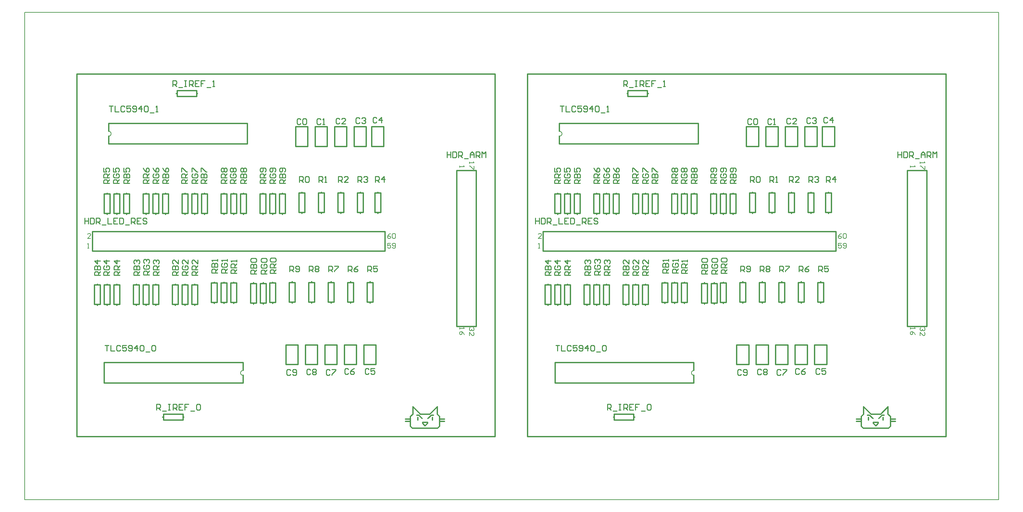
<source format=gto>
%FSTAX23Y23*%
%MOIN*%
%SFA1B1*%

%IPPOS*%
%ADD21C,0.007870*%
%ADD22C,0.012000*%
%ADD23C,0.010000*%
%ADD24C,0.008000*%
%ADD36C,0.005000*%
%LNtlc5940controlboard-1*%
%LPD*%
G54D21*
X02243Y01326D02*
D01*
X02241Y01325*
X0224*
X02238*
X02236*
X02235Y01324*
X02233Y01323*
X02231*
X0223Y01322*
X02228Y01321*
X02227Y0132*
X02226Y01318*
X02225Y01317*
X02223Y01316*
X02222Y01314*
X02221Y01313*
Y01311*
X0222Y0131*
X02219Y01308*
Y01307*
X02218Y01305*
Y01303*
Y01301*
Y013*
Y01298*
Y01296*
X02219Y01294*
Y01293*
X0222Y01291*
X02221Y0129*
Y01288*
X02222Y01287*
X02223Y01285*
X02225Y01284*
X02226Y01283*
X02227Y01281*
X02228Y0128*
X0223Y01279*
X02231Y01278*
X02233*
X02235Y01277*
X02236Y01276*
X02238*
X0224*
X02241*
X02243*
G54D36*
X0Y0D02*
X1D01*
Y05*
X0*
Y0*
G54D21*
X00863Y0373D02*
D01*
X00865*
X00866*
X00868*
X0087*
X00871Y03731*
X00873Y03732*
X00875*
X00876Y03733*
X00878Y03734*
X00879Y03735*
X0088Y03737*
X00881Y03738*
X00883Y03739*
X00884Y03741*
X00885Y03742*
Y03744*
X00886Y03745*
X00887Y03747*
Y03748*
X00888Y0375*
Y03752*
Y03754*
Y03755*
Y03757*
Y03759*
X00887Y03761*
Y03762*
X00886Y03764*
X00885Y03765*
Y03767*
X00884Y03768*
X00883Y0377*
X00881Y03771*
X0088Y03772*
X00879Y03774*
X00878Y03775*
X00876Y03776*
X00875Y03777*
X00873*
X00871Y03778*
X0087Y03779*
X00868*
X00866*
X00865*
X00863Y0378*
G54D22*
X04636Y01776D02*
Y03375D01*
X04436Y01776D02*
X04636D01*
X04436D02*
Y03375D01*
X04636*
X02243Y01326D02*
Y01405D01*
Y01196D02*
Y01276D01*
X00818Y01196D02*
Y01405D01*
X02243*
X00818Y01196D02*
X02243D01*
X03563Y03624D02*
Y03825D01*
X03688Y03624D02*
Y03825D01*
X03563D02*
X03688D01*
X03563Y03624D02*
X03688D01*
X03383D02*
Y03825D01*
X03508Y03624D02*
Y03825D01*
X03383D02*
X03508D01*
X03383Y03624D02*
X03508D01*
X03183D02*
Y03825D01*
X03308Y03624D02*
Y03825D01*
X03183D02*
X03308D01*
X03183Y03624D02*
X03308D01*
X02983D02*
Y03825D01*
X03108Y03624D02*
Y03825D01*
X02983D02*
X03108D01*
X02983Y03624D02*
X03108D01*
X02783D02*
Y03825D01*
X02908Y03624D02*
Y03825D01*
X02783D02*
X02908D01*
X02783Y03624D02*
X02908D01*
X03608Y01385D02*
Y01586D01*
X03483Y01385D02*
Y01586D01*
Y01385D02*
X03608D01*
X03483Y01586D02*
X03608D01*
X03408Y01385D02*
Y01586D01*
X03283Y01385D02*
Y01586D01*
Y01385D02*
X03408D01*
X03283Y01586D02*
X03408D01*
X02808Y01385D02*
Y01586D01*
X02683Y01385D02*
Y01586D01*
Y01385D02*
X02808D01*
X02683Y01586D02*
X02808D01*
X03008Y01385D02*
Y01586D01*
X02883Y01385D02*
Y01586D01*
Y01385D02*
X03008D01*
X02883Y01586D02*
X03008D01*
X03208Y01385D02*
Y01586D01*
X03083Y01385D02*
Y01586D01*
Y01385D02*
X03208D01*
X03083Y01586D02*
X03208D01*
X00536Y00646D02*
Y04365D01*
X04831*
Y00646D02*
Y04365D01*
X00536Y00646D02*
X04831D01*
X01246Y02926D02*
Y02935D01*
Y03135D02*
Y03144D01*
X01216Y02935D02*
X01246D01*
X01216D02*
Y03135D01*
X01276*
Y02935D02*
Y03135D01*
X01246Y02935D02*
X01276D01*
X01046Y02926D02*
Y02935D01*
Y03135D02*
Y03144D01*
X01016Y02935D02*
X01046D01*
X01016D02*
Y03135D01*
X01076*
Y02935D02*
Y03135D01*
X01046Y02935D02*
X01076D01*
X00946Y02926D02*
Y02935D01*
Y03135D02*
Y03144D01*
X00916Y02935D02*
X00946D01*
X00916D02*
Y03135D01*
X00976*
Y02935D02*
Y03135D01*
X00946Y02935D02*
X00976D01*
X00846Y02926D02*
Y02935D01*
Y03135D02*
Y03144D01*
X00816Y02935D02*
X00846D01*
X00816D02*
Y03135D01*
X00876*
Y02935D02*
Y03135D01*
X00846Y02935D02*
X00876D01*
X02746Y02226D02*
Y02235D01*
Y02017D02*
Y02026D01*
Y02226D02*
X02776D01*
Y02026D02*
Y02226D01*
X02716Y02026D02*
X02776D01*
X02716D02*
Y02226D01*
X02746*
X02946D02*
Y02235D01*
Y02017D02*
Y02026D01*
Y02226D02*
X02976D01*
Y02026D02*
Y02226D01*
X02916Y02026D02*
X02976D01*
X02916D02*
Y02226D01*
X02946*
X03146D02*
Y02235D01*
Y02017D02*
Y02026D01*
Y02226D02*
X03176D01*
Y02026D02*
Y02226D01*
X03116Y02026D02*
X03176D01*
X03116D02*
Y02226D01*
X03146*
X03346D02*
Y02235D01*
Y02017D02*
Y02026D01*
Y02226D02*
X03376D01*
Y02026D02*
Y02226D01*
X03316Y02026D02*
X03376D01*
X03316D02*
Y02226D01*
X03346*
X03546D02*
Y02235D01*
Y02017D02*
Y02026D01*
Y02226D02*
X03576D01*
Y02026D02*
Y02226D01*
X03516Y02026D02*
X03576D01*
X03516D02*
Y02226D01*
X03546*
X03626Y02936D02*
Y02945D01*
Y03145D02*
Y03154D01*
X03596Y02945D02*
X03626D01*
X03596D02*
Y03145D01*
X03656*
Y02945D02*
Y03145D01*
X03626Y02945D02*
X03656D01*
X03446Y02936D02*
Y02945D01*
Y03145D02*
Y03154D01*
X03416Y02945D02*
X03446D01*
X03416D02*
Y03145D01*
X03476*
Y02945D02*
Y03145D01*
X03446Y02945D02*
X03476D01*
X03246Y02936D02*
Y02945D01*
Y03145D02*
Y03154D01*
X03216Y02945D02*
X03246D01*
X03216D02*
Y03145D01*
X03276*
Y02945D02*
Y03145D01*
X03246Y02945D02*
X03276D01*
X01417Y00846D02*
X01426D01*
X01626D02*
X01635D01*
X01426D02*
Y00876D01*
X01626*
Y00816D02*
Y00876D01*
X01426Y00816D02*
X01626D01*
X01426D02*
Y00846D01*
X03046Y02936D02*
Y02945D01*
Y03145D02*
Y03154D01*
X03016Y02945D02*
X03046D01*
X03016D02*
Y03145D01*
X03076*
Y02945D02*
Y03145D01*
X03046Y02945D02*
X03076D01*
X02846Y02936D02*
Y02945D01*
Y03145D02*
Y03154D01*
X02816Y02945D02*
X02846D01*
X02816D02*
Y03145D01*
X02876*
Y02945D02*
Y03145D01*
X02846Y02945D02*
X02876D01*
X00696Y0255D02*
X03701D01*
X00696Y0275D02*
X03701D01*
X00696Y0255D02*
Y0275D01*
X03701Y0255D02*
Y0275D01*
X00863Y0365D02*
Y0373D01*
Y0378D02*
Y03859D01*
X02288Y0365D02*
Y03859D01*
X00863Y0365D02*
X02288D01*
X00863Y03859D02*
X02288D01*
X01766Y04165D02*
X01775D01*
X01557D02*
X01566D01*
X01766Y04135D02*
Y04165D01*
X01566Y04135D02*
X01766D01*
X01566D02*
Y04195D01*
X01766*
Y04165D02*
Y04195D01*
X00746Y02201D02*
Y0221D01*
Y01992D02*
Y02001D01*
Y02201D02*
X00776D01*
Y02001D02*
Y02201D01*
X00716Y02001D02*
X00776D01*
X00716D02*
Y02201D01*
X00746*
X00846D02*
Y0221D01*
Y01992D02*
Y02001D01*
Y02201D02*
X00876D01*
Y02001D02*
Y02201D01*
X00816Y02001D02*
X00876D01*
X00816D02*
Y02201D01*
X00846*
X00946D02*
Y0221D01*
Y01992D02*
Y02001D01*
Y02201D02*
X00976D01*
Y02001D02*
Y02201D01*
X00916Y02001D02*
X00976D01*
X00916D02*
Y02201D01*
X00946*
X01146D02*
Y0221D01*
Y01992D02*
Y02001D01*
Y02201D02*
X01176D01*
Y02001D02*
Y02201D01*
X01116Y02001D02*
X01176D01*
X01116D02*
Y02201D01*
X01146*
X01246D02*
Y0221D01*
Y01992D02*
Y02001D01*
Y02201D02*
X01276D01*
Y02001D02*
Y02201D01*
X01216Y02001D02*
X01276D01*
X01216D02*
Y02201D01*
X01246*
X01346D02*
Y0221D01*
Y01992D02*
Y02001D01*
Y02201D02*
X01376D01*
Y02001D02*
Y02201D01*
X01316Y02001D02*
X01376D01*
X01316D02*
Y02201D01*
X01346*
X01546D02*
Y0221D01*
Y01992D02*
Y02001D01*
Y02201D02*
X01576D01*
Y02001D02*
Y02201D01*
X01516Y02001D02*
X01576D01*
X01516D02*
Y02201D01*
X01546*
X01646D02*
Y0221D01*
Y01992D02*
Y02001D01*
Y02201D02*
X01676D01*
Y02001D02*
Y02201D01*
X01616Y02001D02*
X01676D01*
X01616D02*
Y02201D01*
X01646*
X01746D02*
Y0221D01*
Y01992D02*
Y02001D01*
Y02201D02*
X01776D01*
Y02001D02*
Y02201D01*
X01716Y02001D02*
X01776D01*
X01716D02*
Y02201D01*
X01746*
X01946Y02221D02*
Y0223D01*
Y02012D02*
Y02021D01*
Y02221D02*
X01976D01*
Y02021D02*
Y02221D01*
X01916Y02021D02*
X01976D01*
X01916D02*
Y02221D01*
X01946*
X02046D02*
Y0223D01*
Y02012D02*
Y02021D01*
Y02221D02*
X02076D01*
Y02021D02*
Y02221D01*
X02016Y02021D02*
X02076D01*
X02016D02*
Y02221D01*
X02046*
X02146D02*
Y0223D01*
Y02012D02*
Y02021D01*
Y02221D02*
X02176D01*
Y02021D02*
Y02221D01*
X02116Y02021D02*
X02176D01*
X02116D02*
Y02221D01*
X02146*
X02351Y02216D02*
Y02225D01*
Y02007D02*
Y02016D01*
Y02216D02*
X02381D01*
Y02016D02*
Y02216D01*
X02321Y02016D02*
X02381D01*
X02321D02*
Y02216D01*
X02351*
X02451D02*
Y02225D01*
Y02007D02*
Y02016D01*
Y02216D02*
X02481D01*
Y02016D02*
Y02216D01*
X02421Y02016D02*
X02481D01*
X02421D02*
Y02216D01*
X02451*
X02546Y02221D02*
Y0223D01*
Y02012D02*
Y02021D01*
Y02221D02*
X02576D01*
Y02021D02*
Y02221D01*
X02516Y02021D02*
X02576D01*
X02516D02*
Y02221D01*
X02546*
X02646Y02926D02*
Y02935D01*
Y03135D02*
Y03144D01*
X02616Y02935D02*
X02646D01*
X02616D02*
Y03135D01*
X02676*
Y02935D02*
Y03135D01*
X02646Y02935D02*
X02676D01*
X01346Y02926D02*
Y02935D01*
Y03135D02*
Y03144D01*
X01316Y02935D02*
X01346D01*
X01316D02*
Y03135D01*
X01376*
Y02935D02*
Y03135D01*
X01346Y02935D02*
X01376D01*
X01446Y02926D02*
Y02935D01*
Y03135D02*
Y03144D01*
X01416Y02935D02*
X01446D01*
X01416D02*
Y03135D01*
X01476*
Y02935D02*
Y03135D01*
X01446Y02935D02*
X01476D01*
X01646Y02926D02*
Y02935D01*
Y03135D02*
Y03144D01*
X01616Y02935D02*
X01646D01*
X01616D02*
Y03135D01*
X01676*
Y02935D02*
Y03135D01*
X01646Y02935D02*
X01676D01*
X01746Y02926D02*
Y02935D01*
Y03135D02*
Y03144D01*
X01716Y02935D02*
X01746D01*
X01716D02*
Y03135D01*
X01776*
Y02935D02*
Y03135D01*
X01746Y02935D02*
X01776D01*
X01846Y02926D02*
Y02935D01*
Y03135D02*
Y03144D01*
X01816Y02935D02*
X01846D01*
X01816D02*
Y03135D01*
X01876*
Y02935D02*
Y03135D01*
X01846Y02935D02*
X01876D01*
X02046Y02926D02*
Y02935D01*
Y03135D02*
Y03144D01*
X02016Y02935D02*
X02046D01*
X02016D02*
Y03135D01*
X02076*
Y02935D02*
Y03135D01*
X02046Y02935D02*
X02076D01*
X02146Y02926D02*
Y02935D01*
Y03135D02*
Y03144D01*
X02116Y02935D02*
X02146D01*
X02116D02*
Y03135D01*
X02176*
Y02935D02*
Y03135D01*
X02146Y02935D02*
X02176D01*
X02246Y02926D02*
Y02935D01*
Y03135D02*
Y03144D01*
X02216Y02935D02*
X02246D01*
X02216D02*
Y03135D01*
X02276*
Y02935D02*
Y03135D01*
X02246Y02935D02*
X02276D01*
X02446Y02926D02*
Y02935D01*
Y03135D02*
Y03144D01*
X02416Y02935D02*
X02446D01*
X02416D02*
Y03135D01*
X02476*
Y02935D02*
Y03135D01*
X02446Y02935D02*
X02476D01*
X02546Y02926D02*
Y02935D01*
Y03135D02*
Y03144D01*
X02516Y02935D02*
X02546D01*
X02516D02*
Y03135D01*
X02576*
Y02935D02*
Y03135D01*
X02546Y02935D02*
X02576D01*
X04056Y00881D02*
X04061Y00876D01*
X04161*
X04236Y00951*
Y00876D02*
Y00951D01*
Y00876D02*
X04261Y00851D01*
Y00751D02*
Y00851D01*
X04241Y00731D02*
X04261Y00751D01*
X04011Y00731D02*
X04241D01*
X03986D02*
X04011D01*
X03981D02*
X03986D01*
X03961Y00751D02*
X03981Y00731D01*
X03961Y00751D02*
Y00851D01*
X03986Y00876*
X04026Y00866D02*
X04046D01*
X04081Y00831*
X04086Y00791D02*
X04136D01*
Y00781D02*
Y00791D01*
X04111Y00756D02*
X04136Y00781D01*
X04086D02*
X04111Y00756D01*
X04086Y00781D02*
Y00791D01*
X04036Y00816D02*
Y00841D01*
X04186Y00816D02*
Y00841D01*
X04141Y00831D02*
X04176Y00866D01*
X04196*
X04261Y00826D02*
X04311D01*
X04261Y00801D02*
X04311D01*
X03911Y00826D02*
X03961D01*
X03911Y00801D02*
X03961D01*
X03986Y00951D02*
X04056Y00881D01*
X03986Y00876D02*
Y00951D01*
G54D23*
X04336Y03569D02*
Y0351D01*
Y03539*
X04375*
Y03569*
Y0351*
X04395Y03569D02*
Y0351D01*
X04425*
X04435Y0352*
Y03559*
X04425Y03569*
X04395*
X04455Y0351D02*
Y03569D01*
X04485*
X04495Y03559*
Y03539*
X04485Y03529*
X04455*
X04475D02*
X04495Y0351D01*
X04515Y035D02*
X04555D01*
X04575Y0351D02*
Y03549D01*
X04595Y03569*
X04615Y03549*
Y0351*
Y03539*
X04575*
X04635Y0351D02*
Y03569D01*
X04665*
X04675Y03559*
Y03539*
X04665Y03529*
X04635*
X04655D02*
X04675Y0351D01*
X04695D02*
Y03569D01*
X04715Y03549*
X04735Y03569*
Y0351*
X00824Y01584D02*
X00863D01*
X00843*
Y01525*
X00883Y01584D02*
Y01525D01*
X00923*
X00983Y01574D02*
X00973Y01584D01*
X00953*
X00943Y01574*
Y01535*
X00953Y01525*
X00973*
X00983Y01535*
X01043Y01584D02*
X01003D01*
Y01554*
X01023Y01564*
X01033*
X01043Y01554*
Y01535*
X01033Y01525*
X01013*
X01003Y01535*
X01063D02*
X01073Y01525D01*
X01093*
X01103Y01535*
Y01574*
X01093Y01584*
X01073*
X01063Y01574*
Y01564*
X01073Y01554*
X01103*
X01153Y01525D02*
Y01584D01*
X01123Y01554*
X01163*
X01183Y01574D02*
X01193Y01584D01*
X01213*
X01223Y01574*
Y01535*
X01213Y01525*
X01193*
X01183Y01535*
Y01574*
X01243Y01515D02*
X01283D01*
X01303Y01574D02*
X01313Y01584D01*
X01333*
X01343Y01574*
Y01535*
X01333Y01525*
X01313*
X01303Y01535*
Y01574*
X03322Y02338D02*
Y02397D01*
X03351*
X03361Y02387*
Y02367*
X03351Y02357*
X03322*
X03341D02*
X03361Y02338D01*
X03421Y02397D02*
X03401Y02387D01*
X03381Y02367*
Y02348*
X03391Y02338*
X03411*
X03421Y02348*
Y02357*
X03411Y02367*
X03381*
X02835Y03899D02*
X02825Y03909D01*
X02806*
X02796Y03899*
Y0386*
X02806Y0385*
X02825*
X02835Y0386*
X02855Y03899D02*
X02865Y03909D01*
X02885*
X02895Y03899*
Y0386*
X02885Y0385*
X02865*
X02855Y0386*
Y03899*
X0304D02*
X0303Y03909D01*
X03011*
X03001Y03899*
Y0386*
X03011Y0385*
X0303*
X0304Y0386*
X0306Y0385D02*
X0308D01*
X0307*
Y03909*
X0306Y03899*
X03235Y03904D02*
X03225Y03914D01*
X03206*
X03196Y03904*
Y03865*
X03206Y03855*
X03225*
X03235Y03865*
X03295Y03855D02*
X03255D01*
X03295Y03894*
Y03904*
X03285Y03914*
X03265*
X03255Y03904*
X0344Y03909D02*
X0343Y03919D01*
X03411*
X03401Y03909*
Y0387*
X03411Y0386*
X0343*
X0344Y0387*
X0346Y03909D02*
X0347Y03919D01*
X0349*
X035Y03909*
Y03899*
X0349Y03889*
X0348*
X0349*
X035Y03879*
Y0387*
X0349Y0386*
X0347*
X0346Y0387*
X03615Y03914D02*
X03605Y03924D01*
X03586*
X03576Y03914*
Y03875*
X03586Y03865*
X03605*
X03615Y03875*
X03665Y03865D02*
Y03924D01*
X03635Y03894*
X03675*
X03535Y01335D02*
X03525Y01345D01*
X03506*
X03496Y01335*
Y01296*
X03506Y01286*
X03525*
X03535Y01296*
X03595Y01345D02*
X03555D01*
Y01315*
X03575Y01325*
X03585*
X03595Y01315*
Y01296*
X03585Y01286*
X03565*
X03555Y01296*
X03325Y01335D02*
X03315Y01345D01*
X03296*
X03286Y01335*
Y01296*
X03296Y01286*
X03315*
X03325Y01296*
X03385Y01345D02*
X03365Y01335D01*
X03345Y01315*
Y01296*
X03355Y01286*
X03375*
X03385Y01296*
Y01305*
X03375Y01315*
X03345*
X03135Y01325D02*
X03125Y01335D01*
X03106*
X03096Y01325*
Y01286*
X03106Y01276*
X03125*
X03135Y01286*
X03155Y01335D02*
X03195D01*
Y01325*
X03155Y01286*
Y01276*
X02935Y0133D02*
X02925Y0134D01*
X02906*
X02896Y0133*
Y01291*
X02906Y01281*
X02925*
X02935Y01291*
X02955Y0133D02*
X02965Y0134D01*
X02985*
X02995Y0133*
Y0132*
X02985Y0131*
X02995Y013*
Y01291*
X02985Y01281*
X02965*
X02955Y01291*
Y013*
X02965Y0131*
X02955Y0132*
Y0133*
X02965Y0131D02*
X02985D01*
X0273Y01325D02*
X0272Y01335D01*
X02701*
X02691Y01325*
Y01286*
X02701Y01276*
X0272*
X0273Y01286*
X0275D02*
X0276Y01276D01*
X0278*
X0279Y01286*
Y01325*
X0278Y01335*
X0276*
X0275Y01325*
Y01315*
X0276Y01305*
X0279*
X00616Y02889D02*
Y0283D01*
Y02859*
X00655*
Y02889*
Y0283*
X00675Y02889D02*
Y0283D01*
X00705*
X00715Y0284*
Y02879*
X00705Y02889*
X00675*
X00735Y0283D02*
Y02889D01*
X00765*
X00775Y02879*
Y02859*
X00765Y02849*
X00735*
X00755D02*
X00775Y0283D01*
X00795Y0282D02*
X00835D01*
X00855Y02889D02*
Y0283D01*
X00895*
X00955Y02889D02*
X00915D01*
Y0283*
X00955*
X00915Y02859D02*
X00935D01*
X00975Y02889D02*
Y0283D01*
X01005*
X01015Y0284*
Y02879*
X01005Y02889*
X00975*
X01035Y0282D02*
X01075D01*
X01095Y0283D02*
Y02889D01*
X01125*
X01135Y02879*
Y02859*
X01125Y02849*
X01095*
X01115D02*
X01135Y0283D01*
X01195Y02889D02*
X01155D01*
Y0283*
X01195*
X01155Y02859D02*
X01175D01*
X01255Y02879D02*
X01245Y02889D01*
X01225*
X01215Y02879*
Y02869*
X01225Y02859*
X01245*
X01255Y02849*
Y0284*
X01245Y0283*
X01225*
X01215Y0284*
X02822Y03257D02*
Y03316D01*
X02851*
X02861Y03306*
Y03286*
X02851Y03276*
X02822*
X02841D02*
X02861Y03257D01*
X02881Y03306D02*
X02891Y03316D01*
X02911*
X02921Y03306*
Y03267*
X02911Y03257*
X02891*
X02881Y03267*
Y03306*
X03022Y03257D02*
Y03316D01*
X03051*
X03061Y03306*
Y03286*
X03051Y03276*
X03022*
X03041D02*
X03061Y03257D01*
X03081D02*
X03101D01*
X03091*
Y03316*
X03081Y03306*
X03222Y03257D02*
Y03316D01*
X03251*
X03261Y03306*
Y03286*
X03251Y03276*
X03222*
X03241D02*
X03261Y03257D01*
X03321D02*
X03281D01*
X03321Y03296*
Y03306*
X03311Y03316*
X03291*
X03281Y03306*
X03422Y03257D02*
Y03316D01*
X03451*
X03461Y03306*
Y03286*
X03451Y03276*
X03422*
X03441D02*
X03461Y03257D01*
X03481Y03306D02*
X03491Y03316D01*
X03511*
X03521Y03306*
Y03296*
X03511Y03286*
X03501*
X03511*
X03521Y03276*
Y03267*
X03511Y03257*
X03491*
X03481Y03267*
X03602Y03257D02*
Y03316D01*
X03631*
X03641Y03306*
Y03286*
X03631Y03276*
X03602*
X03621D02*
X03641Y03257D01*
X03691D02*
Y03316D01*
X03661Y03286*
X03701*
X03522Y02338D02*
Y02397D01*
X03551*
X03561Y02387*
Y02367*
X03551Y02357*
X03522*
X03541D02*
X03561Y02338D01*
X03621Y02397D02*
X03581D01*
Y02367*
X03601Y02377*
X03611*
X03621Y02367*
Y02348*
X03611Y02338*
X03591*
X03581Y02348*
X03122Y02338D02*
Y02397D01*
X03151*
X03161Y02387*
Y02367*
X03151Y02357*
X03122*
X03141D02*
X03161Y02338D01*
X03181Y02397D02*
X03221D01*
Y02387*
X03181Y02348*
Y02338*
X02922D02*
Y02397D01*
X02951*
X02961Y02387*
Y02367*
X02951Y02357*
X02922*
X02941D02*
X02961Y02338D01*
X02981Y02387D02*
X02991Y02397D01*
X03011*
X03021Y02387*
Y02377*
X03011Y02367*
X03021Y02357*
Y02348*
X03011Y02338*
X02991*
X02981Y02348*
Y02357*
X02991Y02367*
X02981Y02377*
Y02387*
X02991Y02367D02*
X03011D01*
X02722Y02338D02*
Y02397D01*
X02751*
X02761Y02387*
Y02367*
X02751Y02357*
X02722*
X02741D02*
X02761Y02338D01*
X02781Y02348D02*
X02791Y02338D01*
X02811*
X02821Y02348*
Y02387*
X02811Y02397*
X02791*
X02781Y02387*
Y02377*
X02791Y02367*
X02821*
X01354Y0092D02*
Y00979D01*
X01383*
X01393Y00969*
Y00949*
X01383Y00939*
X01354*
X01373D02*
X01393Y0092D01*
X01413Y0091D02*
X01453D01*
X01473Y00979D02*
X01493D01*
X01483*
Y0092*
X01473*
X01493*
X01523D02*
Y00979D01*
X01553*
X01563Y00969*
Y00949*
X01553Y00939*
X01523*
X01543D02*
X01563Y0092D01*
X01623Y00979D02*
X01583D01*
Y0092*
X01623*
X01583Y00949D02*
X01603D01*
X01683Y00979D02*
X01643D01*
Y00949*
X01663*
X01643*
Y0092*
X01703Y0091D02*
X01743D01*
X01763Y00969D02*
X01773Y00979D01*
X01793*
X01803Y00969*
Y0093*
X01793Y0092*
X01773*
X01763Y0093*
Y00969*
X01521Y0424D02*
Y04299D01*
X0155*
X0156Y04289*
Y04269*
X0155Y04259*
X01521*
X0154D02*
X0156Y0424D01*
X0158Y0423D02*
X0162D01*
X0164Y04299D02*
X0166D01*
X0165*
Y0424*
X0164*
X0166*
X0169D02*
Y04299D01*
X0172*
X0173Y04289*
Y04269*
X0172Y04259*
X0169*
X0171D02*
X0173Y0424D01*
X0179Y04299D02*
X0175D01*
Y0424*
X0179*
X0175Y04269D02*
X0177D01*
X0185Y04299D02*
X0181D01*
Y04269*
X0183*
X0181*
Y0424*
X0187Y0423D02*
X0191D01*
X0193Y0424D02*
X0195D01*
X0194*
Y04299*
X0193Y04289*
X02381Y02316D02*
X02321D01*
Y02345*
X02331Y02355*
X02351*
X02361Y02345*
Y02316*
Y02335D02*
X02381Y02355D01*
X02321Y02375D02*
X02381D01*
Y02405*
X02371Y02415*
X02361*
X02351Y02405*
Y02375*
Y02405*
X02341Y02415*
X02331*
X02321Y02405*
Y02375*
X02331Y02435D02*
X02321Y02445D01*
Y02465*
X02331Y02475*
X02371*
X02381Y02465*
Y02445*
X02371Y02435*
X02331*
X01981Y02326D02*
X01921D01*
Y02355*
X01931Y02365*
X01951*
X01961Y02355*
Y02326*
Y02345D02*
X01981Y02365D01*
X01921Y02385D02*
X01981D01*
Y02415*
X01971Y02425*
X01961*
X01951Y02415*
Y02385*
Y02415*
X01941Y02425*
X01931*
X01921Y02415*
Y02385*
X01981Y02445D02*
Y02465D01*
Y02455*
X01921*
X01931Y02445*
X01576Y02301D02*
X01516D01*
Y0233*
X01526Y0234*
X01546*
X01556Y0233*
Y02301*
Y0232D02*
X01576Y0234D01*
X01516Y0236D02*
X01576D01*
Y0239*
X01566Y024*
X01556*
X01546Y0239*
Y0236*
Y0239*
X01536Y024*
X01526*
X01516Y0239*
Y0236*
X01576Y0246D02*
Y0242D01*
X01536Y0246*
X01526*
X01516Y0245*
Y0243*
X01526Y0242*
X01181Y02301D02*
X01121D01*
Y0233*
X01131Y0234*
X01151*
X01161Y0233*
Y02301*
Y0232D02*
X01181Y0234D01*
X01121Y0236D02*
X01181D01*
Y0239*
X01171Y024*
X01161*
X01151Y0239*
Y0236*
Y0239*
X01141Y024*
X01131*
X01121Y0239*
Y0236*
X01131Y0242D02*
X01121Y0243D01*
Y0245*
X01131Y0246*
X01141*
X01151Y0245*
Y0244*
Y0245*
X01161Y0246*
X01171*
X01181Y0245*
Y0243*
X01171Y0242*
X00776Y02301D02*
X00716D01*
Y0233*
X00726Y0234*
X00746*
X00756Y0233*
Y02301*
Y0232D02*
X00776Y0234D01*
X00716Y0236D02*
X00776D01*
Y0239*
X00766Y024*
X00756*
X00746Y0239*
Y0236*
Y0239*
X00736Y024*
X00726*
X00716Y0239*
Y0236*
X00776Y0245D02*
X00716D01*
X00746Y0242*
Y0246*
X01076Y03245D02*
X01016D01*
Y03274*
X01026Y03284*
X01046*
X01056Y03274*
Y03245*
Y03264D02*
X01076Y03284D01*
X01016Y03304D02*
X01076D01*
Y03334*
X01066Y03344*
X01056*
X01046Y03334*
Y03304*
Y03334*
X01036Y03344*
X01026*
X01016Y03334*
Y03304*
Y03404D02*
Y03364D01*
X01046*
X01036Y03384*
Y03394*
X01046Y03404*
X01066*
X01076Y03394*
Y03374*
X01066Y03364*
X01476Y03245D02*
X01416D01*
Y03274*
X01426Y03284*
X01446*
X01456Y03274*
Y03245*
Y03264D02*
X01476Y03284D01*
X01416Y03304D02*
X01476D01*
Y03334*
X01466Y03344*
X01456*
X01446Y03334*
Y03304*
Y03334*
X01436Y03344*
X01426*
X01416Y03334*
Y03304*
Y03404D02*
X01426Y03384D01*
X01446Y03364*
X01466*
X01476Y03374*
Y03394*
X01466Y03404*
X01456*
X01446Y03394*
Y03364*
X01871Y03245D02*
X01811D01*
Y03274*
X01821Y03284*
X01841*
X01851Y03274*
Y03245*
Y03264D02*
X01871Y03284D01*
X01811Y03304D02*
X01871D01*
Y03334*
X01861Y03344*
X01851*
X01841Y03334*
Y03304*
Y03334*
X01831Y03344*
X01821*
X01811Y03334*
Y03304*
Y03364D02*
Y03404D01*
X01821*
X01861Y03364*
X01871*
X02276Y03245D02*
X02216D01*
Y03274*
X02226Y03284*
X02246*
X02256Y03274*
Y03245*
Y03264D02*
X02276Y03284D01*
X02216Y03304D02*
X02276D01*
Y03334*
X02266Y03344*
X02256*
X02246Y03334*
Y03304*
Y03334*
X02236Y03344*
X02226*
X02216Y03334*
Y03304*
X02226Y03364D02*
X02216Y03374D01*
Y03394*
X02226Y03404*
X02236*
X02246Y03394*
X02256Y03404*
X02266*
X02276Y03394*
Y03374*
X02266Y03364*
X02256*
X02246Y03374*
X02236Y03364*
X02226*
X02246Y03374D02*
Y03394D01*
X02676Y03245D02*
X02616D01*
Y03274*
X02626Y03284*
X02646*
X02656Y03274*
Y03245*
Y03264D02*
X02676Y03284D01*
X02616Y03304D02*
X02676D01*
Y03334*
X02666Y03344*
X02656*
X02646Y03334*
Y03304*
Y03334*
X02636Y03344*
X02626*
X02616Y03334*
Y03304*
X02666Y03364D02*
X02676Y03374D01*
Y03394*
X02666Y03404*
X02626*
X02616Y03394*
Y03374*
X02626Y03364*
X02636*
X02646Y03374*
Y03404*
X02486Y02316D02*
X02426D01*
Y02345*
X02436Y02355*
X02456*
X02466Y02345*
Y02316*
Y02335D02*
X02486Y02355D01*
X02436Y02415D02*
X02426Y02405D01*
Y02385*
X02436Y02375*
X02476*
X02486Y02385*
Y02405*
X02476Y02415*
X02456*
Y02395*
X02436Y02435D02*
X02426Y02445D01*
Y02465*
X02436Y02475*
X02476*
X02486Y02465*
Y02445*
X02476Y02435*
X02436*
X02081Y02326D02*
X02021D01*
Y02355*
X02031Y02365*
X02051*
X02061Y02355*
Y02326*
Y02345D02*
X02081Y02365D01*
X02031Y02425D02*
X02021Y02415D01*
Y02395*
X02031Y02385*
X02071*
X02081Y02395*
Y02415*
X02071Y02425*
X02051*
Y02405*
X02081Y02445D02*
Y02465D01*
Y02455*
X02021*
X02031Y02445*
X01676Y02301D02*
X01616D01*
Y0233*
X01626Y0234*
X01646*
X01656Y0233*
Y02301*
Y0232D02*
X01676Y0234D01*
X01626Y024D02*
X01616Y0239D01*
Y0237*
X01626Y0236*
X01666*
X01676Y0237*
Y0239*
X01666Y024*
X01646*
Y0238*
X01676Y0246D02*
Y0242D01*
X01636Y0246*
X01626*
X01616Y0245*
Y0243*
X01626Y0242*
X01281Y02306D02*
X01221D01*
Y02335*
X01231Y02345*
X01251*
X01261Y02335*
Y02306*
Y02325D02*
X01281Y02345D01*
X01231Y02405D02*
X01221Y02395D01*
Y02375*
X01231Y02365*
X01271*
X01281Y02375*
Y02395*
X01271Y02405*
X01251*
Y02385*
X01231Y02425D02*
X01221Y02435D01*
Y02455*
X01231Y02465*
X01241*
X01251Y02455*
Y02445*
Y02455*
X01261Y02465*
X01271*
X01281Y02455*
Y02435*
X01271Y02425*
X00871Y02301D02*
X00811D01*
Y0233*
X00821Y0234*
X00841*
X00851Y0233*
Y02301*
Y0232D02*
X00871Y0234D01*
X00821Y024D02*
X00811Y0239D01*
Y0237*
X00821Y0236*
X00861*
X00871Y0237*
Y0239*
X00861Y024*
X00841*
Y0238*
X00871Y0245D02*
X00811D01*
X00841Y0242*
Y0246*
X00971Y03245D02*
X00911D01*
Y03274*
X00921Y03284*
X00941*
X00951Y03274*
Y03245*
Y03264D02*
X00971Y03284D01*
X00921Y03344D02*
X00911Y03334D01*
Y03314*
X00921Y03304*
X00961*
X00971Y03314*
Y03334*
X00961Y03344*
X00941*
Y03324*
X00911Y03404D02*
Y03364D01*
X00941*
X00931Y03384*
Y03394*
X00941Y03404*
X00961*
X00971Y03394*
Y03374*
X00961Y03364*
X01376Y03245D02*
X01316D01*
Y03274*
X01326Y03284*
X01346*
X01356Y03274*
Y03245*
Y03264D02*
X01376Y03284D01*
X01326Y03344D02*
X01316Y03334D01*
Y03314*
X01326Y03304*
X01366*
X01376Y03314*
Y03334*
X01366Y03344*
X01346*
Y03324*
X01316Y03404D02*
X01326Y03384D01*
X01346Y03364*
X01366*
X01376Y03374*
Y03394*
X01366Y03404*
X01356*
X01346Y03394*
Y03364*
X01776Y03245D02*
X01716D01*
Y03274*
X01726Y03284*
X01746*
X01756Y03274*
Y03245*
Y03264D02*
X01776Y03284D01*
X01726Y03344D02*
X01716Y03334D01*
Y03314*
X01726Y03304*
X01766*
X01776Y03314*
Y03334*
X01766Y03344*
X01746*
Y03324*
X01716Y03364D02*
Y03404D01*
X01726*
X01766Y03364*
X01776*
X02171Y03245D02*
X02111D01*
Y03274*
X02121Y03284*
X02141*
X02151Y03274*
Y03245*
Y03264D02*
X02171Y03284D01*
X02121Y03344D02*
X02111Y03334D01*
Y03314*
X02121Y03304*
X02161*
X02171Y03314*
Y03334*
X02161Y03344*
X02141*
Y03324*
X02121Y03364D02*
X02111Y03374D01*
Y03394*
X02121Y03404*
X02131*
X02141Y03394*
X02151Y03404*
X02161*
X02171Y03394*
Y03374*
X02161Y03364*
X02151*
X02141Y03374*
X02131Y03364*
X02121*
X02141Y03374D02*
Y03394D01*
X02576Y03245D02*
X02516D01*
Y03274*
X02526Y03284*
X02546*
X02556Y03274*
Y03245*
Y03264D02*
X02576Y03284D01*
X02526Y03344D02*
X02516Y03334D01*
Y03314*
X02526Y03304*
X02566*
X02576Y03314*
Y03334*
X02566Y03344*
X02546*
Y03324*
X02566Y03364D02*
X02576Y03374D01*
Y03394*
X02566Y03404*
X02526*
X02516Y03394*
Y03374*
X02526Y03364*
X02536*
X02546Y03374*
Y03404*
X02581Y02321D02*
X02521D01*
Y0235*
X02531Y0236*
X02551*
X02561Y0235*
Y02321*
Y0234D02*
X02581Y0236D01*
Y0238D02*
X02521D01*
Y0241*
X02531Y0242*
X02551*
X02561Y0241*
Y0238*
Y024D02*
X02581Y0242D01*
X02531Y0244D02*
X02521Y0245D01*
Y0247*
X02531Y0248*
X02571*
X02581Y0247*
Y0245*
X02571Y0244*
X02531*
X02176Y02321D02*
X02116D01*
Y0235*
X02126Y0236*
X02146*
X02156Y0235*
Y02321*
Y0234D02*
X02176Y0236D01*
Y0238D02*
X02116D01*
Y0241*
X02126Y0242*
X02146*
X02156Y0241*
Y0238*
Y024D02*
X02176Y0242D01*
Y0244D02*
Y0246D01*
Y0245*
X02116*
X02126Y0244*
X01776Y02301D02*
X01716D01*
Y0233*
X01726Y0234*
X01746*
X01756Y0233*
Y02301*
Y0232D02*
X01776Y0234D01*
Y0236D02*
X01716D01*
Y0239*
X01726Y024*
X01746*
X01756Y0239*
Y0236*
Y0238D02*
X01776Y024D01*
Y0246D02*
Y0242D01*
X01736Y0246*
X01726*
X01716Y0245*
Y0243*
X01726Y0242*
X01381Y02301D02*
X01321D01*
Y0233*
X01331Y0234*
X01351*
X01361Y0233*
Y02301*
Y0232D02*
X01381Y0234D01*
Y0236D02*
X01321D01*
Y0239*
X01331Y024*
X01351*
X01361Y0239*
Y0236*
Y0238D02*
X01381Y024D01*
X01331Y0242D02*
X01321Y0243D01*
Y0245*
X01331Y0246*
X01341*
X01351Y0245*
Y0244*
Y0245*
X01361Y0246*
X01371*
X01381Y0245*
Y0243*
X01371Y0242*
X00976Y02301D02*
X00916D01*
Y0233*
X00926Y0234*
X00946*
X00956Y0233*
Y02301*
Y0232D02*
X00976Y0234D01*
Y0236D02*
X00916D01*
Y0239*
X00926Y024*
X00946*
X00956Y0239*
Y0236*
Y0238D02*
X00976Y024D01*
Y0245D02*
X00916D01*
X00946Y0242*
Y0246*
X00871Y03245D02*
X00811D01*
Y03274*
X00821Y03284*
X00841*
X00851Y03274*
Y03245*
Y03264D02*
X00871Y03284D01*
Y03304D02*
X00811D01*
Y03334*
X00821Y03344*
X00841*
X00851Y03334*
Y03304*
Y03324D02*
X00871Y03344D01*
X00811Y03404D02*
Y03364D01*
X00841*
X00831Y03384*
Y03394*
X00841Y03404*
X00861*
X00871Y03394*
Y03374*
X00861Y03364*
X01276Y03245D02*
X01216D01*
Y03274*
X01226Y03284*
X01246*
X01256Y03274*
Y03245*
Y03264D02*
X01276Y03284D01*
Y03304D02*
X01216D01*
Y03334*
X01226Y03344*
X01246*
X01256Y03334*
Y03304*
Y03324D02*
X01276Y03344D01*
X01216Y03404D02*
X01226Y03384D01*
X01246Y03364*
X01266*
X01276Y03374*
Y03394*
X01266Y03404*
X01256*
X01246Y03394*
Y03364*
X01671Y03245D02*
X01611D01*
Y03274*
X01621Y03284*
X01641*
X01651Y03274*
Y03245*
Y03264D02*
X01671Y03284D01*
Y03304D02*
X01611D01*
Y03334*
X01621Y03344*
X01641*
X01651Y03334*
Y03304*
Y03324D02*
X01671Y03344D01*
X01611Y03364D02*
Y03404D01*
X01621*
X01661Y03364*
X01671*
X02076Y03245D02*
X02016D01*
Y03274*
X02026Y03284*
X02046*
X02056Y03274*
Y03245*
Y03264D02*
X02076Y03284D01*
Y03304D02*
X02016D01*
Y03334*
X02026Y03344*
X02046*
X02056Y03334*
Y03304*
Y03324D02*
X02076Y03344D01*
X02026Y03364D02*
X02016Y03374D01*
Y03394*
X02026Y03404*
X02036*
X02046Y03394*
X02056Y03404*
X02066*
X02076Y03394*
Y03374*
X02066Y03364*
X02056*
X02046Y03374*
X02036Y03364*
X02026*
X02046Y03374D02*
Y03394D01*
X02476Y03245D02*
X02416D01*
Y03274*
X02426Y03284*
X02446*
X02456Y03274*
Y03245*
Y03264D02*
X02476Y03284D01*
Y03304D02*
X02416D01*
Y03334*
X02426Y03344*
X02446*
X02456Y03334*
Y03304*
Y03324D02*
X02476Y03344D01*
X02466Y03364D02*
X02476Y03374D01*
Y03394*
X02466Y03404*
X02426*
X02416Y03394*
Y03374*
X02426Y03364*
X02436*
X02446Y03374*
Y03404*
X00869Y04038D02*
X00908D01*
X00888*
Y03979*
X00928Y04038D02*
Y03979D01*
X00968*
X01028Y04028D02*
X01018Y04038D01*
X00998*
X00988Y04028*
Y03989*
X00998Y03979*
X01018*
X01028Y03989*
X01088Y04038D02*
X01048D01*
Y04008*
X01068Y04018*
X01078*
X01088Y04008*
Y03989*
X01078Y03979*
X01058*
X01048Y03989*
X01108D02*
X01118Y03979D01*
X01138*
X01148Y03989*
Y04028*
X01138Y04038*
X01118*
X01108Y04028*
Y04018*
X01118Y04008*
X01148*
X01198Y03979D02*
Y04038D01*
X01168Y04008*
X01208*
X01228Y04028D02*
X01238Y04038D01*
X01258*
X01268Y04028*
Y03989*
X01258Y03979*
X01238*
X01228Y03989*
Y04028*
X01288Y03969D02*
X01328D01*
X01348Y03979D02*
X01368D01*
X01358*
Y04038*
X01348Y04028*
G54D24*
X04566Y03465D02*
Y03448D01*
Y03456*
X04615*
X04607Y03465*
X04615Y03423D02*
Y0339D01*
X04607*
X04574Y03423*
X04566*
X04466Y03425D02*
Y03408D01*
Y03416*
X04515*
X04507Y03425*
X04466Y01766D02*
Y01749D01*
Y01757*
X04515*
X04507Y01766*
X04515Y01691D02*
X04507Y01707D01*
X0449Y01724*
X04474*
X04466Y01716*
Y01699*
X04474Y01691*
X04482*
X0449Y01699*
Y01724*
X04607Y01766D02*
X04615Y01757D01*
Y01741*
X04607Y01732*
X04599*
X0459Y01741*
Y01749*
Y01741*
X04582Y01732*
X04574*
X04566Y01741*
Y01757*
X04574Y01766*
X04566Y01682D02*
Y01716D01*
X04599Y01682*
X04607*
X04615Y01691*
Y01707*
X04607Y01716*
X03759Y02729D02*
X03742Y02721D01*
X03726Y02704*
Y02688*
X03734Y0268*
X0375*
X03759Y02688*
Y02696*
X0375Y02704*
X03726*
X03775Y02721D02*
X03784Y02729D01*
X038*
X03809Y02721*
Y02688*
X038Y0268*
X03784*
X03775Y02688*
Y02721*
X03759Y02629D02*
X03726D01*
Y02604*
X03742Y02613*
X0375*
X03759Y02604*
Y02588*
X0375Y0258*
X03734*
X03726Y02588*
X03775D02*
X03784Y0258D01*
X038*
X03809Y02588*
Y02621*
X038Y02629*
X03784*
X03775Y02621*
Y02613*
X03784Y02604*
X03809*
X00646Y0258D02*
X00662D01*
X00654*
Y02629*
X00646Y02621*
X00679Y0268D02*
X00646D01*
X00679Y02713*
Y02721*
X0067Y02729*
X00654*
X00646Y02721*
G54D21*
X06872Y01326D02*
D01*
X0687Y01325*
X06869*
X06867*
X06865*
X06864Y01324*
X06862Y01323*
X0686*
X06859Y01322*
X06857Y01321*
X06856Y0132*
X06855Y01318*
X06854Y01317*
X06852Y01316*
X06851Y01314*
X0685Y01313*
Y01311*
X06849Y0131*
X06848Y01308*
Y01307*
X06847Y01305*
Y01303*
Y01301*
Y013*
Y01298*
Y01296*
X06848Y01294*
Y01293*
X06849Y01291*
X0685Y0129*
Y01288*
X06851Y01287*
X06852Y01285*
X06854Y01284*
X06855Y01283*
X06856Y01281*
X06857Y0128*
X06859Y01279*
X0686Y01278*
X06862*
X06864Y01277*
X06865Y01276*
X06867*
X06869*
X0687*
X06872*
X05492Y0373D02*
D01*
X05494*
X05495*
X05497*
X05499*
X055Y03731*
X05502Y03732*
X05504*
X05505Y03733*
X05507Y03734*
X05508Y03735*
X05509Y03737*
X0551Y03738*
X05512Y03739*
X05513Y03741*
X05514Y03742*
Y03744*
X05515Y03745*
X05516Y03747*
Y03748*
X05517Y0375*
Y03752*
Y03754*
Y03755*
Y03757*
Y03759*
X05516Y03761*
Y03762*
X05515Y03764*
X05514Y03765*
Y03767*
X05513Y03768*
X05512Y0377*
X0551Y03771*
X05509Y03772*
X05508Y03774*
X05507Y03775*
X05505Y03776*
X05504Y03777*
X05502*
X055Y03778*
X05499Y03779*
X05497*
X05495*
X05494*
X05492Y0378*
G54D22*
X09265Y01776D02*
Y03375D01*
X09065Y01776D02*
X09265D01*
X09065D02*
Y03375D01*
X09265*
X06872Y01326D02*
Y01405D01*
Y01196D02*
Y01276D01*
X05447Y01196D02*
Y01405D01*
X06872*
X05447Y01196D02*
X06872D01*
X08192Y03624D02*
Y03825D01*
X08317Y03624D02*
Y03825D01*
X08192D02*
X08317D01*
X08192Y03624D02*
X08317D01*
X08012D02*
Y03825D01*
X08137Y03624D02*
Y03825D01*
X08012D02*
X08137D01*
X08012Y03624D02*
X08137D01*
X07812D02*
Y03825D01*
X07937Y03624D02*
Y03825D01*
X07812D02*
X07937D01*
X07812Y03624D02*
X07937D01*
X07612D02*
Y03825D01*
X07737Y03624D02*
Y03825D01*
X07612D02*
X07737D01*
X07612Y03624D02*
X07737D01*
X07412D02*
Y03825D01*
X07537Y03624D02*
Y03825D01*
X07412D02*
X07537D01*
X07412Y03624D02*
X07537D01*
X08237Y01385D02*
Y01586D01*
X08112Y01385D02*
Y01586D01*
Y01385D02*
X08237D01*
X08112Y01586D02*
X08237D01*
X08037Y01385D02*
Y01586D01*
X07912Y01385D02*
Y01586D01*
Y01385D02*
X08037D01*
X07912Y01586D02*
X08037D01*
X07437Y01385D02*
Y01586D01*
X07312Y01385D02*
Y01586D01*
Y01385D02*
X07437D01*
X07312Y01586D02*
X07437D01*
X07637Y01385D02*
Y01586D01*
X07512Y01385D02*
Y01586D01*
Y01385D02*
X07637D01*
X07512Y01586D02*
X07637D01*
X07837Y01385D02*
Y01586D01*
X07712Y01385D02*
Y01586D01*
Y01385D02*
X07837D01*
X07712Y01586D02*
X07837D01*
X05165Y00646D02*
Y04365D01*
X0946*
Y00646D02*
Y04365D01*
X05165Y00646D02*
X0946D01*
X05875Y02926D02*
Y02935D01*
Y03135D02*
Y03144D01*
X05845Y02935D02*
X05875D01*
X05845D02*
Y03135D01*
X05905*
Y02935D02*
Y03135D01*
X05875Y02935D02*
X05905D01*
X05675Y02926D02*
Y02935D01*
Y03135D02*
Y03144D01*
X05645Y02935D02*
X05675D01*
X05645D02*
Y03135D01*
X05705*
Y02935D02*
Y03135D01*
X05675Y02935D02*
X05705D01*
X05575Y02926D02*
Y02935D01*
Y03135D02*
Y03144D01*
X05545Y02935D02*
X05575D01*
X05545D02*
Y03135D01*
X05605*
Y02935D02*
Y03135D01*
X05575Y02935D02*
X05605D01*
X05475Y02926D02*
Y02935D01*
Y03135D02*
Y03144D01*
X05445Y02935D02*
X05475D01*
X05445D02*
Y03135D01*
X05505*
Y02935D02*
Y03135D01*
X05475Y02935D02*
X05505D01*
X07375Y02226D02*
Y02235D01*
Y02017D02*
Y02026D01*
Y02226D02*
X07405D01*
Y02026D02*
Y02226D01*
X07345Y02026D02*
X07405D01*
X07345D02*
Y02226D01*
X07375*
X07575D02*
Y02235D01*
Y02017D02*
Y02026D01*
Y02226D02*
X07605D01*
Y02026D02*
Y02226D01*
X07545Y02026D02*
X07605D01*
X07545D02*
Y02226D01*
X07575*
X07775D02*
Y02235D01*
Y02017D02*
Y02026D01*
Y02226D02*
X07805D01*
Y02026D02*
Y02226D01*
X07745Y02026D02*
X07805D01*
X07745D02*
Y02226D01*
X07775*
X07975D02*
Y02235D01*
Y02017D02*
Y02026D01*
Y02226D02*
X08005D01*
Y02026D02*
Y02226D01*
X07945Y02026D02*
X08005D01*
X07945D02*
Y02226D01*
X07975*
X08175D02*
Y02235D01*
Y02017D02*
Y02026D01*
Y02226D02*
X08205D01*
Y02026D02*
Y02226D01*
X08145Y02026D02*
X08205D01*
X08145D02*
Y02226D01*
X08175*
X08255Y02936D02*
Y02945D01*
Y03145D02*
Y03154D01*
X08225Y02945D02*
X08255D01*
X08225D02*
Y03145D01*
X08285*
Y02945D02*
Y03145D01*
X08255Y02945D02*
X08285D01*
X08075Y02936D02*
Y02945D01*
Y03145D02*
Y03154D01*
X08045Y02945D02*
X08075D01*
X08045D02*
Y03145D01*
X08105*
Y02945D02*
Y03145D01*
X08075Y02945D02*
X08105D01*
X07875Y02936D02*
Y02945D01*
Y03145D02*
Y03154D01*
X07845Y02945D02*
X07875D01*
X07845D02*
Y03145D01*
X07905*
Y02945D02*
Y03145D01*
X07875Y02945D02*
X07905D01*
X06046Y00846D02*
X06055D01*
X06255D02*
X06264D01*
X06055D02*
Y00876D01*
X06255*
Y00816D02*
Y00876D01*
X06055Y00816D02*
X06255D01*
X06055D02*
Y00846D01*
X07675Y02936D02*
Y02945D01*
Y03145D02*
Y03154D01*
X07645Y02945D02*
X07675D01*
X07645D02*
Y03145D01*
X07705*
Y02945D02*
Y03145D01*
X07675Y02945D02*
X07705D01*
X07475Y02936D02*
Y02945D01*
Y03145D02*
Y03154D01*
X07445Y02945D02*
X07475D01*
X07445D02*
Y03145D01*
X07505*
Y02945D02*
Y03145D01*
X07475Y02945D02*
X07505D01*
X05325Y0255D02*
X0833D01*
X05325Y0275D02*
X0833D01*
X05325Y0255D02*
Y0275D01*
X0833Y0255D02*
Y0275D01*
X05492Y0365D02*
Y0373D01*
Y0378D02*
Y03859D01*
X06917Y0365D02*
Y03859D01*
X05492Y0365D02*
X06917D01*
X05492Y03859D02*
X06917D01*
X06395Y04165D02*
X06404D01*
X06186D02*
X06195D01*
X06395Y04135D02*
Y04165D01*
X06195Y04135D02*
X06395D01*
X06195D02*
Y04195D01*
X06395*
Y04165D02*
Y04195D01*
X05375Y02201D02*
Y0221D01*
Y01992D02*
Y02001D01*
Y02201D02*
X05405D01*
Y02001D02*
Y02201D01*
X05345Y02001D02*
X05405D01*
X05345D02*
Y02201D01*
X05375*
X05475D02*
Y0221D01*
Y01992D02*
Y02001D01*
Y02201D02*
X05505D01*
Y02001D02*
Y02201D01*
X05445Y02001D02*
X05505D01*
X05445D02*
Y02201D01*
X05475*
X05575D02*
Y0221D01*
Y01992D02*
Y02001D01*
Y02201D02*
X05605D01*
Y02001D02*
Y02201D01*
X05545Y02001D02*
X05605D01*
X05545D02*
Y02201D01*
X05575*
X05775D02*
Y0221D01*
Y01992D02*
Y02001D01*
Y02201D02*
X05805D01*
Y02001D02*
Y02201D01*
X05745Y02001D02*
X05805D01*
X05745D02*
Y02201D01*
X05775*
X05875D02*
Y0221D01*
Y01992D02*
Y02001D01*
Y02201D02*
X05905D01*
Y02001D02*
Y02201D01*
X05845Y02001D02*
X05905D01*
X05845D02*
Y02201D01*
X05875*
X05975D02*
Y0221D01*
Y01992D02*
Y02001D01*
Y02201D02*
X06005D01*
Y02001D02*
Y02201D01*
X05945Y02001D02*
X06005D01*
X05945D02*
Y02201D01*
X05975*
X06175D02*
Y0221D01*
Y01992D02*
Y02001D01*
Y02201D02*
X06205D01*
Y02001D02*
Y02201D01*
X06145Y02001D02*
X06205D01*
X06145D02*
Y02201D01*
X06175*
X06275D02*
Y0221D01*
Y01992D02*
Y02001D01*
Y02201D02*
X06305D01*
Y02001D02*
Y02201D01*
X06245Y02001D02*
X06305D01*
X06245D02*
Y02201D01*
X06275*
X06375D02*
Y0221D01*
Y01992D02*
Y02001D01*
Y02201D02*
X06405D01*
Y02001D02*
Y02201D01*
X06345Y02001D02*
X06405D01*
X06345D02*
Y02201D01*
X06375*
X06575Y02221D02*
Y0223D01*
Y02012D02*
Y02021D01*
Y02221D02*
X06605D01*
Y02021D02*
Y02221D01*
X06545Y02021D02*
X06605D01*
X06545D02*
Y02221D01*
X06575*
X06675D02*
Y0223D01*
Y02012D02*
Y02021D01*
Y02221D02*
X06705D01*
Y02021D02*
Y02221D01*
X06645Y02021D02*
X06705D01*
X06645D02*
Y02221D01*
X06675*
X06775D02*
Y0223D01*
Y02012D02*
Y02021D01*
Y02221D02*
X06805D01*
Y02021D02*
Y02221D01*
X06745Y02021D02*
X06805D01*
X06745D02*
Y02221D01*
X06775*
X0698Y02216D02*
Y02225D01*
Y02007D02*
Y02016D01*
Y02216D02*
X0701D01*
Y02016D02*
Y02216D01*
X0695Y02016D02*
X0701D01*
X0695D02*
Y02216D01*
X0698*
X0708D02*
Y02225D01*
Y02007D02*
Y02016D01*
Y02216D02*
X0711D01*
Y02016D02*
Y02216D01*
X0705Y02016D02*
X0711D01*
X0705D02*
Y02216D01*
X0708*
X07175Y02221D02*
Y0223D01*
Y02012D02*
Y02021D01*
Y02221D02*
X07205D01*
Y02021D02*
Y02221D01*
X07145Y02021D02*
X07205D01*
X07145D02*
Y02221D01*
X07175*
X07275Y02926D02*
Y02935D01*
Y03135D02*
Y03144D01*
X07245Y02935D02*
X07275D01*
X07245D02*
Y03135D01*
X07305*
Y02935D02*
Y03135D01*
X07275Y02935D02*
X07305D01*
X05975Y02926D02*
Y02935D01*
Y03135D02*
Y03144D01*
X05945Y02935D02*
X05975D01*
X05945D02*
Y03135D01*
X06005*
Y02935D02*
Y03135D01*
X05975Y02935D02*
X06005D01*
X06075Y02926D02*
Y02935D01*
Y03135D02*
Y03144D01*
X06045Y02935D02*
X06075D01*
X06045D02*
Y03135D01*
X06105*
Y02935D02*
Y03135D01*
X06075Y02935D02*
X06105D01*
X06275Y02926D02*
Y02935D01*
Y03135D02*
Y03144D01*
X06245Y02935D02*
X06275D01*
X06245D02*
Y03135D01*
X06305*
Y02935D02*
Y03135D01*
X06275Y02935D02*
X06305D01*
X06375Y02926D02*
Y02935D01*
Y03135D02*
Y03144D01*
X06345Y02935D02*
X06375D01*
X06345D02*
Y03135D01*
X06405*
Y02935D02*
Y03135D01*
X06375Y02935D02*
X06405D01*
X06475Y02926D02*
Y02935D01*
Y03135D02*
Y03144D01*
X06445Y02935D02*
X06475D01*
X06445D02*
Y03135D01*
X06505*
Y02935D02*
Y03135D01*
X06475Y02935D02*
X06505D01*
X06675Y02926D02*
Y02935D01*
Y03135D02*
Y03144D01*
X06645Y02935D02*
X06675D01*
X06645D02*
Y03135D01*
X06705*
Y02935D02*
Y03135D01*
X06675Y02935D02*
X06705D01*
X06775Y02926D02*
Y02935D01*
Y03135D02*
Y03144D01*
X06745Y02935D02*
X06775D01*
X06745D02*
Y03135D01*
X06805*
Y02935D02*
Y03135D01*
X06775Y02935D02*
X06805D01*
X06875Y02926D02*
Y02935D01*
Y03135D02*
Y03144D01*
X06845Y02935D02*
X06875D01*
X06845D02*
Y03135D01*
X06905*
Y02935D02*
Y03135D01*
X06875Y02935D02*
X06905D01*
X07075Y02926D02*
Y02935D01*
Y03135D02*
Y03144D01*
X07045Y02935D02*
X07075D01*
X07045D02*
Y03135D01*
X07105*
Y02935D02*
Y03135D01*
X07075Y02935D02*
X07105D01*
X07175Y02926D02*
Y02935D01*
Y03135D02*
Y03144D01*
X07145Y02935D02*
X07175D01*
X07145D02*
Y03135D01*
X07205*
Y02935D02*
Y03135D01*
X07175Y02935D02*
X07205D01*
X08685Y00881D02*
X0869Y00876D01*
X0879*
X08865Y00951*
Y00876D02*
Y00951D01*
Y00876D02*
X0889Y00851D01*
Y00751D02*
Y00851D01*
X0887Y00731D02*
X0889Y00751D01*
X0864Y00731D02*
X0887D01*
X08615D02*
X0864D01*
X0861D02*
X08615D01*
X0859Y00751D02*
X0861Y00731D01*
X0859Y00751D02*
Y00851D01*
X08615Y00876*
X08655Y00866D02*
X08675D01*
X0871Y00831*
X08715Y00791D02*
X08765D01*
Y00781D02*
Y00791D01*
X0874Y00756D02*
X08765Y00781D01*
X08715D02*
X0874Y00756D01*
X08715Y00781D02*
Y00791D01*
X08665Y00816D02*
Y00841D01*
X08815Y00816D02*
Y00841D01*
X0877Y00831D02*
X08805Y00866D01*
X08825*
X0889Y00826D02*
X0894D01*
X0889Y00801D02*
X0894D01*
X0854Y00826D02*
X0859D01*
X0854Y00801D02*
X0859D01*
X08615Y00951D02*
X08685Y00881D01*
X08615Y00876D02*
Y00951D01*
G54D23*
X08965Y03569D02*
Y0351D01*
Y03539*
X09004*
Y03569*
Y0351*
X09024Y03569D02*
Y0351D01*
X09054*
X09064Y0352*
Y03559*
X09054Y03569*
X09024*
X09084Y0351D02*
Y03569D01*
X09114*
X09124Y03559*
Y03539*
X09114Y03529*
X09084*
X09104D02*
X09124Y0351D01*
X09144Y035D02*
X09184D01*
X09204Y0351D02*
Y03549D01*
X09224Y03569*
X09244Y03549*
Y0351*
Y03539*
X09204*
X09264Y0351D02*
Y03569D01*
X09294*
X09304Y03559*
Y03539*
X09294Y03529*
X09264*
X09284D02*
X09304Y0351D01*
X09324D02*
Y03569D01*
X09344Y03549*
X09364Y03569*
Y0351*
X05453Y01584D02*
X05492D01*
X05472*
Y01525*
X05512Y01584D02*
Y01525D01*
X05552*
X05612Y01574D02*
X05602Y01584D01*
X05582*
X05572Y01574*
Y01535*
X05582Y01525*
X05602*
X05612Y01535*
X05672Y01584D02*
X05632D01*
Y01554*
X05652Y01564*
X05662*
X05672Y01554*
Y01535*
X05662Y01525*
X05642*
X05632Y01535*
X05692D02*
X05702Y01525D01*
X05722*
X05732Y01535*
Y01574*
X05722Y01584*
X05702*
X05692Y01574*
Y01564*
X05702Y01554*
X05732*
X05782Y01525D02*
Y01584D01*
X05752Y01554*
X05792*
X05812Y01574D02*
X05822Y01584D01*
X05842*
X05852Y01574*
Y01535*
X05842Y01525*
X05822*
X05812Y01535*
Y01574*
X05872Y01515D02*
X05912D01*
X05932Y01574D02*
X05942Y01584D01*
X05962*
X05972Y01574*
Y01535*
X05962Y01525*
X05942*
X05932Y01535*
Y01574*
X07951Y02338D02*
Y02397D01*
X0798*
X0799Y02387*
Y02367*
X0798Y02357*
X07951*
X0797D02*
X0799Y02338D01*
X0805Y02397D02*
X0803Y02387D01*
X0801Y02367*
Y02348*
X0802Y02338*
X0804*
X0805Y02348*
Y02357*
X0804Y02367*
X0801*
X07464Y03899D02*
X07454Y03909D01*
X07435*
X07425Y03899*
Y0386*
X07435Y0385*
X07454*
X07464Y0386*
X07484Y03899D02*
X07494Y03909D01*
X07514*
X07524Y03899*
Y0386*
X07514Y0385*
X07494*
X07484Y0386*
Y03899*
X07669D02*
X07659Y03909D01*
X0764*
X0763Y03899*
Y0386*
X0764Y0385*
X07659*
X07669Y0386*
X07689Y0385D02*
X07709D01*
X07699*
Y03909*
X07689Y03899*
X07864Y03904D02*
X07854Y03914D01*
X07835*
X07825Y03904*
Y03865*
X07835Y03855*
X07854*
X07864Y03865*
X07924Y03855D02*
X07884D01*
X07924Y03894*
Y03904*
X07914Y03914*
X07894*
X07884Y03904*
X08069Y03909D02*
X08059Y03919D01*
X0804*
X0803Y03909*
Y0387*
X0804Y0386*
X08059*
X08069Y0387*
X08089Y03909D02*
X08099Y03919D01*
X08119*
X08129Y03909*
Y03899*
X08119Y03889*
X08109*
X08119*
X08129Y03879*
Y0387*
X08119Y0386*
X08099*
X08089Y0387*
X08244Y03914D02*
X08234Y03924D01*
X08215*
X08205Y03914*
Y03875*
X08215Y03865*
X08234*
X08244Y03875*
X08294Y03865D02*
Y03924D01*
X08264Y03894*
X08304*
X08164Y01335D02*
X08154Y01345D01*
X08135*
X08125Y01335*
Y01296*
X08135Y01286*
X08154*
X08164Y01296*
X08224Y01345D02*
X08184D01*
Y01315*
X08204Y01325*
X08214*
X08224Y01315*
Y01296*
X08214Y01286*
X08194*
X08184Y01296*
X07954Y01335D02*
X07944Y01345D01*
X07925*
X07915Y01335*
Y01296*
X07925Y01286*
X07944*
X07954Y01296*
X08014Y01345D02*
X07994Y01335D01*
X07974Y01315*
Y01296*
X07984Y01286*
X08004*
X08014Y01296*
Y01305*
X08004Y01315*
X07974*
X07764Y01325D02*
X07754Y01335D01*
X07735*
X07725Y01325*
Y01286*
X07735Y01276*
X07754*
X07764Y01286*
X07784Y01335D02*
X07824D01*
Y01325*
X07784Y01286*
Y01276*
X07564Y0133D02*
X07554Y0134D01*
X07535*
X07525Y0133*
Y01291*
X07535Y01281*
X07554*
X07564Y01291*
X07584Y0133D02*
X07594Y0134D01*
X07614*
X07624Y0133*
Y0132*
X07614Y0131*
X07624Y013*
Y01291*
X07614Y01281*
X07594*
X07584Y01291*
Y013*
X07594Y0131*
X07584Y0132*
Y0133*
X07594Y0131D02*
X07614D01*
X07359Y01325D02*
X07349Y01335D01*
X0733*
X0732Y01325*
Y01286*
X0733Y01276*
X07349*
X07359Y01286*
X07379D02*
X07389Y01276D01*
X07409*
X07419Y01286*
Y01325*
X07409Y01335*
X07389*
X07379Y01325*
Y01315*
X07389Y01305*
X07419*
X05245Y02889D02*
Y0283D01*
Y02859*
X05284*
Y02889*
Y0283*
X05304Y02889D02*
Y0283D01*
X05334*
X05344Y0284*
Y02879*
X05334Y02889*
X05304*
X05364Y0283D02*
Y02889D01*
X05394*
X05404Y02879*
Y02859*
X05394Y02849*
X05364*
X05384D02*
X05404Y0283D01*
X05424Y0282D02*
X05464D01*
X05484Y02889D02*
Y0283D01*
X05524*
X05584Y02889D02*
X05544D01*
Y0283*
X05584*
X05544Y02859D02*
X05564D01*
X05604Y02889D02*
Y0283D01*
X05634*
X05644Y0284*
Y02879*
X05634Y02889*
X05604*
X05664Y0282D02*
X05704D01*
X05724Y0283D02*
Y02889D01*
X05754*
X05764Y02879*
Y02859*
X05754Y02849*
X05724*
X05744D02*
X05764Y0283D01*
X05824Y02889D02*
X05784D01*
Y0283*
X05824*
X05784Y02859D02*
X05804D01*
X05884Y02879D02*
X05874Y02889D01*
X05854*
X05844Y02879*
Y02869*
X05854Y02859*
X05874*
X05884Y02849*
Y0284*
X05874Y0283*
X05854*
X05844Y0284*
X07451Y03257D02*
Y03316D01*
X0748*
X0749Y03306*
Y03286*
X0748Y03276*
X07451*
X0747D02*
X0749Y03257D01*
X0751Y03306D02*
X0752Y03316D01*
X0754*
X0755Y03306*
Y03267*
X0754Y03257*
X0752*
X0751Y03267*
Y03306*
X07651Y03257D02*
Y03316D01*
X0768*
X0769Y03306*
Y03286*
X0768Y03276*
X07651*
X0767D02*
X0769Y03257D01*
X0771D02*
X0773D01*
X0772*
Y03316*
X0771Y03306*
X07851Y03257D02*
Y03316D01*
X0788*
X0789Y03306*
Y03286*
X0788Y03276*
X07851*
X0787D02*
X0789Y03257D01*
X0795D02*
X0791D01*
X0795Y03296*
Y03306*
X0794Y03316*
X0792*
X0791Y03306*
X08051Y03257D02*
Y03316D01*
X0808*
X0809Y03306*
Y03286*
X0808Y03276*
X08051*
X0807D02*
X0809Y03257D01*
X0811Y03306D02*
X0812Y03316D01*
X0814*
X0815Y03306*
Y03296*
X0814Y03286*
X0813*
X0814*
X0815Y03276*
Y03267*
X0814Y03257*
X0812*
X0811Y03267*
X08231Y03257D02*
Y03316D01*
X0826*
X0827Y03306*
Y03286*
X0826Y03276*
X08231*
X0825D02*
X0827Y03257D01*
X0832D02*
Y03316D01*
X0829Y03286*
X0833*
X08151Y02338D02*
Y02397D01*
X0818*
X0819Y02387*
Y02367*
X0818Y02357*
X08151*
X0817D02*
X0819Y02338D01*
X0825Y02397D02*
X0821D01*
Y02367*
X0823Y02377*
X0824*
X0825Y02367*
Y02348*
X0824Y02338*
X0822*
X0821Y02348*
X07751Y02338D02*
Y02397D01*
X0778*
X0779Y02387*
Y02367*
X0778Y02357*
X07751*
X0777D02*
X0779Y02338D01*
X0781Y02397D02*
X0785D01*
Y02387*
X0781Y02348*
Y02338*
X07551D02*
Y02397D01*
X0758*
X0759Y02387*
Y02367*
X0758Y02357*
X07551*
X0757D02*
X0759Y02338D01*
X0761Y02387D02*
X0762Y02397D01*
X0764*
X0765Y02387*
Y02377*
X0764Y02367*
X0765Y02357*
Y02348*
X0764Y02338*
X0762*
X0761Y02348*
Y02357*
X0762Y02367*
X0761Y02377*
Y02387*
X0762Y02367D02*
X0764D01*
X07351Y02338D02*
Y02397D01*
X0738*
X0739Y02387*
Y02367*
X0738Y02357*
X07351*
X0737D02*
X0739Y02338D01*
X0741Y02348D02*
X0742Y02338D01*
X0744*
X0745Y02348*
Y02387*
X0744Y02397*
X0742*
X0741Y02387*
Y02377*
X0742Y02367*
X0745*
X05983Y0092D02*
Y00979D01*
X06012*
X06022Y00969*
Y00949*
X06012Y00939*
X05983*
X06002D02*
X06022Y0092D01*
X06042Y0091D02*
X06082D01*
X06102Y00979D02*
X06122D01*
X06112*
Y0092*
X06102*
X06122*
X06152D02*
Y00979D01*
X06182*
X06192Y00969*
Y00949*
X06182Y00939*
X06152*
X06172D02*
X06192Y0092D01*
X06252Y00979D02*
X06212D01*
Y0092*
X06252*
X06212Y00949D02*
X06232D01*
X06312Y00979D02*
X06272D01*
Y00949*
X06292*
X06272*
Y0092*
X06332Y0091D02*
X06372D01*
X06392Y00969D02*
X06402Y00979D01*
X06422*
X06432Y00969*
Y0093*
X06422Y0092*
X06402*
X06392Y0093*
Y00969*
X0615Y0424D02*
Y04299D01*
X06179*
X06189Y04289*
Y04269*
X06179Y04259*
X0615*
X06169D02*
X06189Y0424D01*
X06209Y0423D02*
X06249D01*
X06269Y04299D02*
X06289D01*
X06279*
Y0424*
X06269*
X06289*
X06319D02*
Y04299D01*
X06349*
X06359Y04289*
Y04269*
X06349Y04259*
X06319*
X06339D02*
X06359Y0424D01*
X06419Y04299D02*
X06379D01*
Y0424*
X06419*
X06379Y04269D02*
X06399D01*
X06479Y04299D02*
X06439D01*
Y04269*
X06459*
X06439*
Y0424*
X06499Y0423D02*
X06539D01*
X06559Y0424D02*
X06579D01*
X06569*
Y04299*
X06559Y04289*
X0701Y02316D02*
X0695D01*
Y02345*
X0696Y02355*
X0698*
X0699Y02345*
Y02316*
Y02335D02*
X0701Y02355D01*
X0695Y02375D02*
X0701D01*
Y02405*
X07Y02415*
X0699*
X0698Y02405*
Y02375*
Y02405*
X0697Y02415*
X0696*
X0695Y02405*
Y02375*
X0696Y02435D02*
X0695Y02445D01*
Y02465*
X0696Y02475*
X07*
X0701Y02465*
Y02445*
X07Y02435*
X0696*
X0661Y02326D02*
X0655D01*
Y02355*
X0656Y02365*
X0658*
X0659Y02355*
Y02326*
Y02345D02*
X0661Y02365D01*
X0655Y02385D02*
X0661D01*
Y02415*
X066Y02425*
X0659*
X0658Y02415*
Y02385*
Y02415*
X0657Y02425*
X0656*
X0655Y02415*
Y02385*
X0661Y02445D02*
Y02465D01*
Y02455*
X0655*
X0656Y02445*
X06205Y02301D02*
X06145D01*
Y0233*
X06155Y0234*
X06175*
X06185Y0233*
Y02301*
Y0232D02*
X06205Y0234D01*
X06145Y0236D02*
X06205D01*
Y0239*
X06195Y024*
X06185*
X06175Y0239*
Y0236*
Y0239*
X06165Y024*
X06155*
X06145Y0239*
Y0236*
X06205Y0246D02*
Y0242D01*
X06165Y0246*
X06155*
X06145Y0245*
Y0243*
X06155Y0242*
X0581Y02301D02*
X0575D01*
Y0233*
X0576Y0234*
X0578*
X0579Y0233*
Y02301*
Y0232D02*
X0581Y0234D01*
X0575Y0236D02*
X0581D01*
Y0239*
X058Y024*
X0579*
X0578Y0239*
Y0236*
Y0239*
X0577Y024*
X0576*
X0575Y0239*
Y0236*
X0576Y0242D02*
X0575Y0243D01*
Y0245*
X0576Y0246*
X0577*
X0578Y0245*
Y0244*
Y0245*
X0579Y0246*
X058*
X0581Y0245*
Y0243*
X058Y0242*
X05405Y02301D02*
X05345D01*
Y0233*
X05355Y0234*
X05375*
X05385Y0233*
Y02301*
Y0232D02*
X05405Y0234D01*
X05345Y0236D02*
X05405D01*
Y0239*
X05395Y024*
X05385*
X05375Y0239*
Y0236*
Y0239*
X05365Y024*
X05355*
X05345Y0239*
Y0236*
X05405Y0245D02*
X05345D01*
X05375Y0242*
Y0246*
X05705Y03245D02*
X05645D01*
Y03274*
X05655Y03284*
X05675*
X05685Y03274*
Y03245*
Y03264D02*
X05705Y03284D01*
X05645Y03304D02*
X05705D01*
Y03334*
X05695Y03344*
X05685*
X05675Y03334*
Y03304*
Y03334*
X05665Y03344*
X05655*
X05645Y03334*
Y03304*
Y03404D02*
Y03364D01*
X05675*
X05665Y03384*
Y03394*
X05675Y03404*
X05695*
X05705Y03394*
Y03374*
X05695Y03364*
X06105Y03245D02*
X06045D01*
Y03274*
X06055Y03284*
X06075*
X06085Y03274*
Y03245*
Y03264D02*
X06105Y03284D01*
X06045Y03304D02*
X06105D01*
Y03334*
X06095Y03344*
X06085*
X06075Y03334*
Y03304*
Y03334*
X06065Y03344*
X06055*
X06045Y03334*
Y03304*
Y03404D02*
X06055Y03384D01*
X06075Y03364*
X06095*
X06105Y03374*
Y03394*
X06095Y03404*
X06085*
X06075Y03394*
Y03364*
X065Y03245D02*
X0644D01*
Y03274*
X0645Y03284*
X0647*
X0648Y03274*
Y03245*
Y03264D02*
X065Y03284D01*
X0644Y03304D02*
X065D01*
Y03334*
X0649Y03344*
X0648*
X0647Y03334*
Y03304*
Y03334*
X0646Y03344*
X0645*
X0644Y03334*
Y03304*
Y03364D02*
Y03404D01*
X0645*
X0649Y03364*
X065*
X06905Y03245D02*
X06845D01*
Y03274*
X06855Y03284*
X06875*
X06885Y03274*
Y03245*
Y03264D02*
X06905Y03284D01*
X06845Y03304D02*
X06905D01*
Y03334*
X06895Y03344*
X06885*
X06875Y03334*
Y03304*
Y03334*
X06865Y03344*
X06855*
X06845Y03334*
Y03304*
X06855Y03364D02*
X06845Y03374D01*
Y03394*
X06855Y03404*
X06865*
X06875Y03394*
X06885Y03404*
X06895*
X06905Y03394*
Y03374*
X06895Y03364*
X06885*
X06875Y03374*
X06865Y03364*
X06855*
X06875Y03374D02*
Y03394D01*
X07305Y03245D02*
X07245D01*
Y03274*
X07255Y03284*
X07275*
X07285Y03274*
Y03245*
Y03264D02*
X07305Y03284D01*
X07245Y03304D02*
X07305D01*
Y03334*
X07295Y03344*
X07285*
X07275Y03334*
Y03304*
Y03334*
X07265Y03344*
X07255*
X07245Y03334*
Y03304*
X07295Y03364D02*
X07305Y03374D01*
Y03394*
X07295Y03404*
X07255*
X07245Y03394*
Y03374*
X07255Y03364*
X07265*
X07275Y03374*
Y03404*
X07115Y02316D02*
X07055D01*
Y02345*
X07065Y02355*
X07085*
X07095Y02345*
Y02316*
Y02335D02*
X07115Y02355D01*
X07065Y02415D02*
X07055Y02405D01*
Y02385*
X07065Y02375*
X07105*
X07115Y02385*
Y02405*
X07105Y02415*
X07085*
Y02395*
X07065Y02435D02*
X07055Y02445D01*
Y02465*
X07065Y02475*
X07105*
X07115Y02465*
Y02445*
X07105Y02435*
X07065*
X0671Y02326D02*
X0665D01*
Y02355*
X0666Y02365*
X0668*
X0669Y02355*
Y02326*
Y02345D02*
X0671Y02365D01*
X0666Y02425D02*
X0665Y02415D01*
Y02395*
X0666Y02385*
X067*
X0671Y02395*
Y02415*
X067Y02425*
X0668*
Y02405*
X0671Y02445D02*
Y02465D01*
Y02455*
X0665*
X0666Y02445*
X06305Y02301D02*
X06245D01*
Y0233*
X06255Y0234*
X06275*
X06285Y0233*
Y02301*
Y0232D02*
X06305Y0234D01*
X06255Y024D02*
X06245Y0239D01*
Y0237*
X06255Y0236*
X06295*
X06305Y0237*
Y0239*
X06295Y024*
X06275*
Y0238*
X06305Y0246D02*
Y0242D01*
X06265Y0246*
X06255*
X06245Y0245*
Y0243*
X06255Y0242*
X0591Y02306D02*
X0585D01*
Y02335*
X0586Y02345*
X0588*
X0589Y02335*
Y02306*
Y02325D02*
X0591Y02345D01*
X0586Y02405D02*
X0585Y02395D01*
Y02375*
X0586Y02365*
X059*
X0591Y02375*
Y02395*
X059Y02405*
X0588*
Y02385*
X0586Y02425D02*
X0585Y02435D01*
Y02455*
X0586Y02465*
X0587*
X0588Y02455*
Y02445*
Y02455*
X0589Y02465*
X059*
X0591Y02455*
Y02435*
X059Y02425*
X055Y02301D02*
X0544D01*
Y0233*
X0545Y0234*
X0547*
X0548Y0233*
Y02301*
Y0232D02*
X055Y0234D01*
X0545Y024D02*
X0544Y0239D01*
Y0237*
X0545Y0236*
X0549*
X055Y0237*
Y0239*
X0549Y024*
X0547*
Y0238*
X055Y0245D02*
X0544D01*
X0547Y0242*
Y0246*
X056Y03245D02*
X0554D01*
Y03274*
X0555Y03284*
X0557*
X0558Y03274*
Y03245*
Y03264D02*
X056Y03284D01*
X0555Y03344D02*
X0554Y03334D01*
Y03314*
X0555Y03304*
X0559*
X056Y03314*
Y03334*
X0559Y03344*
X0557*
Y03324*
X0554Y03404D02*
Y03364D01*
X0557*
X0556Y03384*
Y03394*
X0557Y03404*
X0559*
X056Y03394*
Y03374*
X0559Y03364*
X06005Y03245D02*
X05945D01*
Y03274*
X05955Y03284*
X05975*
X05985Y03274*
Y03245*
Y03264D02*
X06005Y03284D01*
X05955Y03344D02*
X05945Y03334D01*
Y03314*
X05955Y03304*
X05995*
X06005Y03314*
Y03334*
X05995Y03344*
X05975*
Y03324*
X05945Y03404D02*
X05955Y03384D01*
X05975Y03364*
X05995*
X06005Y03374*
Y03394*
X05995Y03404*
X05985*
X05975Y03394*
Y03364*
X06405Y03245D02*
X06345D01*
Y03274*
X06355Y03284*
X06375*
X06385Y03274*
Y03245*
Y03264D02*
X06405Y03284D01*
X06355Y03344D02*
X06345Y03334D01*
Y03314*
X06355Y03304*
X06395*
X06405Y03314*
Y03334*
X06395Y03344*
X06375*
Y03324*
X06345Y03364D02*
Y03404D01*
X06355*
X06395Y03364*
X06405*
X068Y03245D02*
X0674D01*
Y03274*
X0675Y03284*
X0677*
X0678Y03274*
Y03245*
Y03264D02*
X068Y03284D01*
X0675Y03344D02*
X0674Y03334D01*
Y03314*
X0675Y03304*
X0679*
X068Y03314*
Y03334*
X0679Y03344*
X0677*
Y03324*
X0675Y03364D02*
X0674Y03374D01*
Y03394*
X0675Y03404*
X0676*
X0677Y03394*
X0678Y03404*
X0679*
X068Y03394*
Y03374*
X0679Y03364*
X0678*
X0677Y03374*
X0676Y03364*
X0675*
X0677Y03374D02*
Y03394D01*
X07205Y03245D02*
X07145D01*
Y03274*
X07155Y03284*
X07175*
X07185Y03274*
Y03245*
Y03264D02*
X07205Y03284D01*
X07155Y03344D02*
X07145Y03334D01*
Y03314*
X07155Y03304*
X07195*
X07205Y03314*
Y03334*
X07195Y03344*
X07175*
Y03324*
X07195Y03364D02*
X07205Y03374D01*
Y03394*
X07195Y03404*
X07155*
X07145Y03394*
Y03374*
X07155Y03364*
X07165*
X07175Y03374*
Y03404*
X0721Y02321D02*
X0715D01*
Y0235*
X0716Y0236*
X0718*
X0719Y0235*
Y02321*
Y0234D02*
X0721Y0236D01*
Y0238D02*
X0715D01*
Y0241*
X0716Y0242*
X0718*
X0719Y0241*
Y0238*
Y024D02*
X0721Y0242D01*
X0716Y0244D02*
X0715Y0245D01*
Y0247*
X0716Y0248*
X072*
X0721Y0247*
Y0245*
X072Y0244*
X0716*
X06805Y02321D02*
X06745D01*
Y0235*
X06755Y0236*
X06775*
X06785Y0235*
Y02321*
Y0234D02*
X06805Y0236D01*
Y0238D02*
X06745D01*
Y0241*
X06755Y0242*
X06775*
X06785Y0241*
Y0238*
Y024D02*
X06805Y0242D01*
Y0244D02*
Y0246D01*
Y0245*
X06745*
X06755Y0244*
X06405Y02301D02*
X06345D01*
Y0233*
X06355Y0234*
X06375*
X06385Y0233*
Y02301*
Y0232D02*
X06405Y0234D01*
Y0236D02*
X06345D01*
Y0239*
X06355Y024*
X06375*
X06385Y0239*
Y0236*
Y0238D02*
X06405Y024D01*
Y0246D02*
Y0242D01*
X06365Y0246*
X06355*
X06345Y0245*
Y0243*
X06355Y0242*
X0601Y02301D02*
X0595D01*
Y0233*
X0596Y0234*
X0598*
X0599Y0233*
Y02301*
Y0232D02*
X0601Y0234D01*
Y0236D02*
X0595D01*
Y0239*
X0596Y024*
X0598*
X0599Y0239*
Y0236*
Y0238D02*
X0601Y024D01*
X0596Y0242D02*
X0595Y0243D01*
Y0245*
X0596Y0246*
X0597*
X0598Y0245*
Y0244*
Y0245*
X0599Y0246*
X06*
X0601Y0245*
Y0243*
X06Y0242*
X05605Y02301D02*
X05545D01*
Y0233*
X05555Y0234*
X05575*
X05585Y0233*
Y02301*
Y0232D02*
X05605Y0234D01*
Y0236D02*
X05545D01*
Y0239*
X05555Y024*
X05575*
X05585Y0239*
Y0236*
Y0238D02*
X05605Y024D01*
Y0245D02*
X05545D01*
X05575Y0242*
Y0246*
X055Y03245D02*
X0544D01*
Y03274*
X0545Y03284*
X0547*
X0548Y03274*
Y03245*
Y03264D02*
X055Y03284D01*
Y03304D02*
X0544D01*
Y03334*
X0545Y03344*
X0547*
X0548Y03334*
Y03304*
Y03324D02*
X055Y03344D01*
X0544Y03404D02*
Y03364D01*
X0547*
X0546Y03384*
Y03394*
X0547Y03404*
X0549*
X055Y03394*
Y03374*
X0549Y03364*
X05905Y03245D02*
X05845D01*
Y03274*
X05855Y03284*
X05875*
X05885Y03274*
Y03245*
Y03264D02*
X05905Y03284D01*
Y03304D02*
X05845D01*
Y03334*
X05855Y03344*
X05875*
X05885Y03334*
Y03304*
Y03324D02*
X05905Y03344D01*
X05845Y03404D02*
X05855Y03384D01*
X05875Y03364*
X05895*
X05905Y03374*
Y03394*
X05895Y03404*
X05885*
X05875Y03394*
Y03364*
X063Y03245D02*
X0624D01*
Y03274*
X0625Y03284*
X0627*
X0628Y03274*
Y03245*
Y03264D02*
X063Y03284D01*
Y03304D02*
X0624D01*
Y03334*
X0625Y03344*
X0627*
X0628Y03334*
Y03304*
Y03324D02*
X063Y03344D01*
X0624Y03364D02*
Y03404D01*
X0625*
X0629Y03364*
X063*
X06705Y03245D02*
X06645D01*
Y03274*
X06655Y03284*
X06675*
X06685Y03274*
Y03245*
Y03264D02*
X06705Y03284D01*
Y03304D02*
X06645D01*
Y03334*
X06655Y03344*
X06675*
X06685Y03334*
Y03304*
Y03324D02*
X06705Y03344D01*
X06655Y03364D02*
X06645Y03374D01*
Y03394*
X06655Y03404*
X06665*
X06675Y03394*
X06685Y03404*
X06695*
X06705Y03394*
Y03374*
X06695Y03364*
X06685*
X06675Y03374*
X06665Y03364*
X06655*
X06675Y03374D02*
Y03394D01*
X07105Y03245D02*
X07045D01*
Y03274*
X07055Y03284*
X07075*
X07085Y03274*
Y03245*
Y03264D02*
X07105Y03284D01*
Y03304D02*
X07045D01*
Y03334*
X07055Y03344*
X07075*
X07085Y03334*
Y03304*
Y03324D02*
X07105Y03344D01*
X07095Y03364D02*
X07105Y03374D01*
Y03394*
X07095Y03404*
X07055*
X07045Y03394*
Y03374*
X07055Y03364*
X07065*
X07075Y03374*
Y03404*
X05498Y04038D02*
X05537D01*
X05517*
Y03979*
X05557Y04038D02*
Y03979D01*
X05597*
X05657Y04028D02*
X05647Y04038D01*
X05627*
X05617Y04028*
Y03989*
X05627Y03979*
X05647*
X05657Y03989*
X05717Y04038D02*
X05677D01*
Y04008*
X05697Y04018*
X05707*
X05717Y04008*
Y03989*
X05707Y03979*
X05687*
X05677Y03989*
X05737D02*
X05747Y03979D01*
X05767*
X05777Y03989*
Y04028*
X05767Y04038*
X05747*
X05737Y04028*
Y04018*
X05747Y04008*
X05777*
X05827Y03979D02*
Y04038D01*
X05797Y04008*
X05837*
X05857Y04028D02*
X05867Y04038D01*
X05887*
X05897Y04028*
Y03989*
X05887Y03979*
X05867*
X05857Y03989*
Y04028*
X05917Y03969D02*
X05957D01*
X05977Y03979D02*
X05997D01*
X05987*
Y04038*
X05977Y04028*
G54D24*
X09195Y03465D02*
Y03448D01*
Y03456*
X09244*
X09236Y03465*
X09244Y03423D02*
Y0339D01*
X09236*
X09203Y03423*
X09195*
X09095Y03425D02*
Y03408D01*
Y03416*
X09144*
X09136Y03425*
X09095Y01766D02*
Y01749D01*
Y01757*
X09144*
X09136Y01766*
X09144Y01691D02*
X09136Y01707D01*
X09119Y01724*
X09103*
X09095Y01716*
Y01699*
X09103Y01691*
X09111*
X09119Y01699*
Y01724*
X09236Y01766D02*
X09244Y01757D01*
Y01741*
X09236Y01732*
X09228*
X09219Y01741*
Y01749*
Y01741*
X09211Y01732*
X09203*
X09195Y01741*
Y01757*
X09203Y01766*
X09195Y01682D02*
Y01716D01*
X09228Y01682*
X09236*
X09244Y01691*
Y01707*
X09236Y01716*
X08388Y02729D02*
X08371Y02721D01*
X08355Y02704*
Y02688*
X08363Y0268*
X08379*
X08388Y02688*
Y02696*
X08379Y02704*
X08355*
X08404Y02721D02*
X08413Y02729D01*
X08429*
X08438Y02721*
Y02688*
X08429Y0268*
X08413*
X08404Y02688*
Y02721*
X08388Y02629D02*
X08355D01*
Y02604*
X08371Y02613*
X08379*
X08388Y02604*
Y02588*
X08379Y0258*
X08363*
X08355Y02588*
X08404D02*
X08413Y0258D01*
X08429*
X08438Y02588*
Y02621*
X08429Y02629*
X08413*
X08404Y02621*
Y02613*
X08413Y02604*
X08438*
X05275Y0258D02*
X05291D01*
X05283*
Y02629*
X05275Y02621*
X05308Y0268D02*
X05275D01*
X05308Y02713*
Y02721*
X05299Y02729*
X05283*
X05275Y02721*
M02*
</source>
